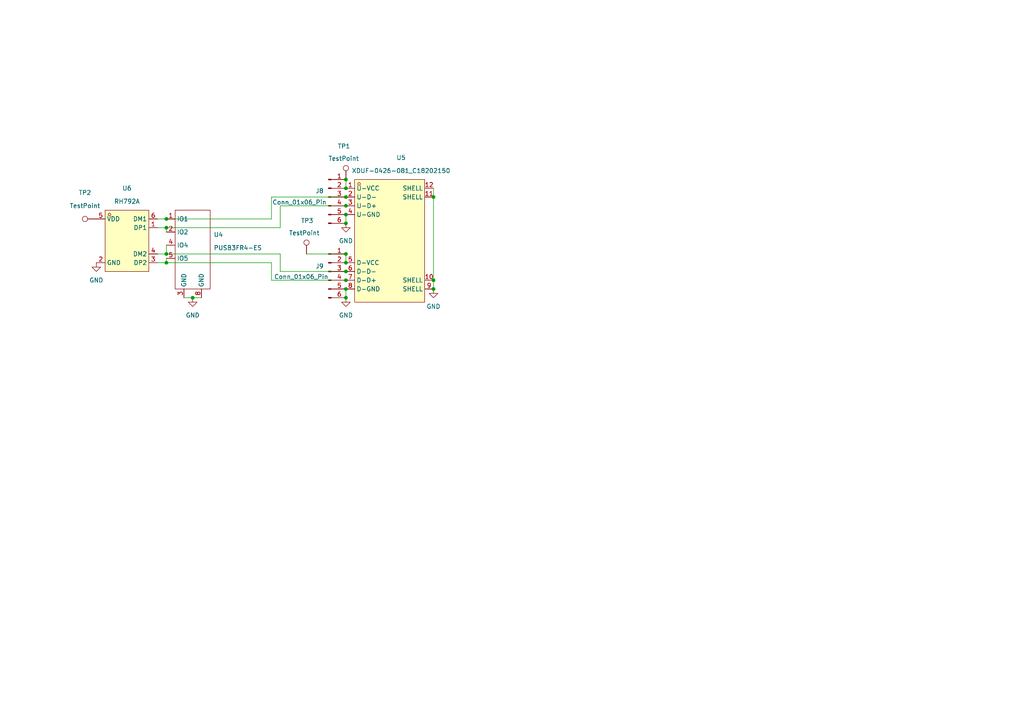
<source format=kicad_sch>
(kicad_sch (version 20250114) (generator "eeschema") (generator_version "9.0")
  (paper "A4")
  (lib_symbols
    (symbol "Connector:Conn_01x06_Pin" (pin_names (offset 1.016) (hide yes))
      (property "Reference" "J" (at 0 7.62 0))
      (property "Value" "Conn_01x06_Pin" (at 0 -10.16 0))
      (symbol "Conn_01x06_Pin_1_1"
        (rectangle (start 0.8636 5.207) (end 0 4.953) (stroke (width 0.1524)) (fill (type outline)))
        (rectangle (start 0.8636 2.667) (end 0 2.413) (stroke (width 0.1524)) (fill (type outline)))
        (rectangle (start 0.8636 0.127) (end 0 -0.127) (stroke (width 0.1524)) (fill (type outline)))
        (rectangle (start 0.8636 -2.413) (end 0 -2.667) (stroke (width 0.1524)) (fill (type outline)))
        (rectangle (start 0.8636 -4.953) (end 0 -5.207) (stroke (width 0.1524)) (fill (type outline)))
        (rectangle (start 0.8636 -7.493) (end 0 -7.747) (stroke (width 0.1524)) (fill (type outline)))
        (polyline (pts (xy 1.27 5.08) (xy 0.8636 5.08)) (stroke (width 0.1524)))
        (polyline (pts (xy 1.27 2.54) (xy 0.8636 2.54)) (stroke (width 0.1524)))
        (polyline (pts (xy 1.27 0) (xy 0.8636 0)) (stroke (width 0.1524)))
        (polyline (pts (xy 1.27 -2.54) (xy 0.8636 -2.54)) (stroke (width 0.1524)))
        (polyline (pts (xy 1.27 -5.08) (xy 0.8636 -5.08)) (stroke (width 0.1524)))
        (polyline (pts (xy 1.27 -7.62) (xy 0.8636 -7.62)) (stroke (width 0.1524)))
        (pin passive line (at 5.08 5.08 180) (length 3.81) (name "Pin_1") (number "1"))
        (pin passive line (at 5.08 2.54 180) (length 3.81) (name "Pin_2") (number "2"))
        (pin passive line (at 5.08 0 180) (length 3.81) (name "Pin_3") (number "3"))
        (pin passive line (at 5.08 -2.54 180) (length 3.81) (name "Pin_4") (number "4"))
        (pin passive line (at 5.08 -5.08 180) (length 3.81) (name "Pin_5") (number "5"))
        (pin passive line (at 5.08 -7.62 180) (length 3.81) (name "Pin_6") (number "6"))
      )
    )
    (symbol "Connector:TestPoint" (pin_numbers (hide yes)) (pin_names (offset 0.762) (hide yes))
      (property "Reference" "TP" (at 0 6.858 0))
      (property "Value" "TestPoint" (at 0 5.08 0))
      (symbol "TestPoint_0_1"
        (circle (center 0 3.302) (radius 0.762))
      )
      (symbol "TestPoint_1_1"
        (pin passive line (at 0 0 90) (length 2.54) (name "1") (number "1"))
      )
    )
    (symbol "ElecSuper:PUSB3FR4-ES"
      (property "Reference" "U" (at 0 2.286 0))
      (property "Value" "PUSB3FR4-ES" (at 0 0 0))
      (symbol "PUSB3FR4-ES_0_1"
        (rectangle (start -5.08 -2.54) (end 5.08 -25.4))
      )
      (symbol "PUSB3FR4-ES_1_1"
        (pin bidirectional line (at -7.62 -5.08 0) (length 2.54) (name "IO1") (number "1"))
        (pin bidirectional line (at -7.62 -8.89 0) (length 2.54) (name "IO2") (number "2"))
        (pin bidirectional line (at -7.62 -12.7 0) (length 2.54) (name "IO4") (number "4"))
        (pin bidirectional line (at -7.62 -16.51 0) (length 2.54) (name "IO5") (number "5"))
        (pin power_out line (at -2.54 -27.94 90) (length 2.54) (name "GND") (number "3"))
        (pin power_out line (at 2.54 -27.94 90) (length 2.54) (name "GND") (number "8"))
      )
    )
    (symbol "easyeda2kicad:RH792A"
      (property "Reference" "U" (at 0 7.62 0))
      (property "Value" "RH792A" (at 0 -14.986 0))
      (symbol "RH792A_0_1"
        (rectangle (start -6.35 5.08) (end 6.35 -12.7) (fill (type background)))
        (circle (center -5.08 3.81) (radius 0.38))
        (pin unspecified line (at -8.89 2.54 0) (length 2.54) (name "VDD") (number "5"))
        (pin unspecified line (at -8.89 -10.16 0) (length 2.54) (name "GND") (number "2"))
        (pin unspecified line (at 8.89 2.54 180) (length 2.54) (name "DM1") (number "6"))
        (pin unspecified line (at 8.89 0 180) (length 2.54) (name "DP1") (number "1"))
        (pin unspecified line (at 8.89 -7.62 180) (length 2.54) (name "DM2") (number "4"))
        (pin unspecified line (at 8.89 -10.16 180) (length 2.54) (name "DP2") (number "3"))
      )
    )
    (symbol "easyeda2kicad:XDUF-0426-081_C18202150"
      (property "Reference" "U" (at 0 15.24 0))
      (property "Value" "XDUF-0426-081_C18202150" (at 0 -28.194 0))
      (symbol "XDUF-0426-081_C18202150_0_1"
        (rectangle (start -10.16 12.7) (end 10.16 -22.86) (fill (type background)))
        (circle (center -8.89 11.43) (radius 0.38))
        (pin unspecified line (at -12.7 10.16 0) (length 2.54) (name "U-VCC") (number "1"))
        (pin unspecified line (at -12.7 7.62 0) (length 2.54) (name "U-D-") (number "2"))
        (pin unspecified line (at -12.7 5.08 0) (length 2.54) (name "U-D+") (number "3"))
        (pin unspecified line (at -12.7 2.54 0) (length 2.54) (name "U-GND") (number "4"))
        (pin unspecified line (at -12.7 -11.43 0) (length 2.54) (name "D-VCC") (number "5"))
        (pin unspecified line (at -12.7 -13.97 0) (length 2.54) (name "D-D-") (number "6"))
        (pin unspecified line (at -12.7 -16.51 0) (length 2.54) (name "D-D+") (number "7"))
        (pin unspecified line (at -12.7 -19.05 0) (length 2.54) (name "D-GND") (number "8"))
        (pin unspecified line (at 12.7 10.16 180) (length 2.54) (name "SHELL") (number "12"))
        (pin unspecified line (at 12.7 7.62 180) (length 2.54) (name "SHELL") (number "11"))
        (pin unspecified line (at 12.7 -16.51 180) (length 2.54) (name "SHELL") (number "10"))
        (pin unspecified line (at 12.7 -19.05 180) (length 2.54) (name "SHELL") (number "9"))
      )
    )
    (symbol "power:GND" (power) (pin_numbers (hide yes)) (pin_names (offset 0) (hide yes))
      (property "Value" "GND" (at 0 -3.81 0))
      (symbol "GND_0_1"
        (polyline (pts (xy 0 0) (xy 0 -1.27) (xy 1.27 -1.27) (xy 0 -2.54) (xy -1.27 -1.27) (xy 0 -1.27)))
      )
      (symbol "GND_1_1"
        (pin power_in line (at 0 0 270) (length 0) (name "~") (number "1"))
      )
    )
  )
  (junction (at 100.33 62.23))
  (junction (at 125.73 81.28))
  (junction (at 100.33 73.66))
  (junction (at 100.33 83.82))
  (junction (at 100.33 57.15))
  (junction (at 125.73 57.15))
  (junction (at 125.73 83.82))
  (junction (at 100.33 76.2))
  (junction (at 100.33 64.77))
  (junction (at 100.33 81.28))
  (junction (at 100.33 86.36))
  (junction (at 55.88 86.36))
  (junction (at 100.33 52.07))
  (junction (at 48.26 63.5))
  (junction (at 48.26 66.04))
  (junction (at 100.33 54.61))
  (junction (at 48.26 73.66))
  (junction (at 100.33 59.69))
  (junction (at 48.26 76.2))
  (junction (at 100.33 78.74))
  (wire (pts (xy 48.26 63.5) (xy 45.72 63.5)))
  (wire (pts (xy 48.26 66.04) (xy 81.28 66.04)))
  (wire (pts (xy 48.26 76.2) (xy 45.72 76.2)))
  (wire (pts (xy 81.28 78.74) (xy 100.33 78.74)))
  (wire (pts (xy 48.26 66.04) (xy 48.26 67.31)))
  (wire (pts (xy 78.74 76.2) (xy 78.74 81.28)))
  (wire (pts (xy 55.88 86.36) (xy 58.42 86.36)))
  (wire (pts (xy 48.26 71.12) (xy 48.26 73.66)))
  (wire (pts (xy 45.72 66.04) (xy 48.26 66.04)))
  (wire (pts (xy 100.33 52.07) (xy 100.33 54.61)))
  (wire (pts (xy 125.73 57.15) (xy 125.73 81.28)))
  (wire (pts (xy 125.73 54.61) (xy 125.73 57.15)))
  (wire (pts (xy 78.74 63.5) (xy 48.26 63.5)))
  (wire (pts (xy 78.74 63.5) (xy 78.74 57.15)))
  (wire (pts (xy 48.26 74.93) (xy 48.26 76.2)))
  (wire (pts (xy 81.28 73.66) (xy 81.28 78.74)))
  (wire (pts (xy 81.28 66.04) (xy 81.28 59.69)))
  (wire (pts (xy 45.72 73.66) (xy 48.26 73.66)))
  (wire (pts (xy 100.33 64.77) (xy 100.33 62.23)))
  (wire (pts (xy 78.74 57.15) (xy 100.33 57.15)))
  (wire (pts (xy 81.28 59.69) (xy 100.33 59.69)))
  (wire (pts (xy 100.33 73.66) (xy 100.33 76.2)))
  (wire (pts (xy 48.26 73.66) (xy 81.28 73.66)))
  (wire (pts (xy 125.73 81.28) (xy 125.73 83.82)))
  (wire (pts (xy 78.74 76.2) (xy 48.26 76.2)))
  (wire (pts (xy 88.9 73.66) (xy 100.33 73.66)))
  (wire (pts (xy 78.74 81.28) (xy 100.33 81.28)))
  (wire (pts (xy 53.34 86.36) (xy 55.88 86.36)))
  (wire (pts (xy 100.33 86.36) (xy 100.33 83.82)))
  (symbol (lib_id "power:GND") (at 27.94 76.2 0) (unit 1)
    (property "Reference" "#PWR045" (effects (hide yes)))
    (property "Value" "GND" (at 27.94 81.28 0))
    (property "Description" "Power symbol creates a global label with name \"GND\" , ground" (effects (hide yes)))
  )
  (symbol (lib_id "Connector:TestPoint") (at 88.9 73.66 0) (mirror y) (unit 1)
    (property "Reference" "TP3" (at 90.932 64.008 0) (effects (justify left)))
    (property "Value" "TestPoint" (at 92.71 67.564 0) (effects (justify left)))
    (property "Footprint" "TestPoint:TestPoint_Pad_D2.0mm" (effects (hide yes)))
    (property "Description" "test point" (effects (hide yes)))
  )
  (symbol (lib_id "easyeda2kicad:RH792A") (at 36.83 66.04 0) (unit 1)
    (property "Reference" "U6" (at 36.83 54.61 0))
    (property "Value" "RH792A" (at 36.83 58.42 0))
    (property "Footprint" "easyeda2kicad:SOT-23-6_L2.9-W1.6-P0.95-LS2.9-BL" (effects (hide yes)))
    (property "LCSC Part" "C240192" (effects (hide yes)))
  )
  (symbol (lib_id "Connector:Conn_01x06_Pin") (at 95.25 57.15 0) (unit 1)
    (property "Reference" "J8" (at 92.71 55.372 0))
    (property "Value" "Conn_01x06_Pin" (at 86.868 58.674 0))
    (property "Footprint" "Connector_PinHeader_2.54mm:PinHeader_1x06_P2.54mm_Vertical" (effects (hide yes)))
    (property "Description" "Generic connector, single row, 01x06, script generated" (effects (hide yes)))
  )
  (symbol (lib_id "Connector:TestPoint") (at 27.94 63.5 90) (unit 1)
    (property "Reference" "TP2" (at 24.638 55.88 90))
    (property "Value" "TestPoint" (at 24.638 59.69 90))
    (property "Footprint" "TestPoint:TestPoint_Pad_D2.0mm" (effects (hide yes)))
    (property "Description" "test point" (effects (hide yes)))
  )
  (symbol (lib_id "easyeda2kicad:XDUF-0426-081_C18202150") (at 113.03 64.77 0) (unit 1)
    (property "Reference" "U5" (at 116.332 45.72 0))
    (property "Value" "XDUF-0426-081_C18202150" (at 116.332 49.53 0))
    (property "Footprint" "easyeda2kicad:USB-A-TH_XDUF-0426-081" (effects (hide yes)))
    (property "LCSC Part" "C18202150" (effects (hide yes)))
  )
  (symbol (lib_id "power:GND") (at 100.33 64.77 0) (unit 1)
    (property "Reference" "#PWR044" (effects (hide yes)))
    (property "Value" "GND" (at 100.33 69.85 0))
    (property "Description" "Power symbol creates a global label with name \"GND\" , ground" (effects (hide yes)))
  )
  (symbol (lib_id "power:GND") (at 125.73 83.82 0) (unit 1)
    (property "Reference" "#PWR046" (effects (hide yes)))
    (property "Value" "GND" (at 125.73 88.9 0))
    (property "Description" "Power symbol creates a global label with name \"GND\" , ground" (effects (hide yes)))
  )
  (symbol (lib_id "power:GND") (at 55.88 86.36 0) (unit 1)
    (property "Reference" "#PWR047" (effects (hide yes)))
    (property "Value" "GND" (at 55.88 91.44 0))
    (property "Description" "Power symbol creates a global label with name \"GND\" , ground" (effects (hide yes)))
  )
  (symbol (lib_id "Connector:TestPoint") (at 100.33 52.07 0) (mirror y) (unit 1)
    (property "Reference" "TP1" (at 101.6 42.418 0) (effects (justify left)))
    (property "Value" "TestPoint" (at 104.14 45.974 0) (effects (justify left)))
    (property "Footprint" "TestPoint:TestPoint_Pad_D2.0mm" (effects (hide yes)))
    (property "Description" "test point" (effects (hide yes)))
  )
  (symbol (lib_id "ElecSuper:PUSB3FR4-ES") (at 55.88 58.42 0) (unit 1)
    (property "Reference" "U4" (at 61.976 68.072 0) (effects (justify left)))
    (property "Value" "PUSB3FR4-ES" (at 61.976 71.882 0) (effects (justify left)))
    (property "Footprint" "Package_DFN_QFN:Diodes_UDFN-10_1.0x2.5mm_P0.5mm" (effects (hide yes)))
  )
  (symbol (lib_id "power:GND") (at 100.33 86.36 0) (unit 1)
    (property "Reference" "#PWR048" (effects (hide yes)))
    (property "Value" "GND" (at 100.33 91.44 0))
    (property "Description" "Power symbol creates a global label with name \"GND\" , ground" (effects (hide yes)))
  )
  (symbol (lib_id "Connector:Conn_01x06_Pin") (at 95.25 78.74 0) (unit 1)
    (property "Reference" "J9" (at 92.71 77.216 0))
    (property "Value" "Conn_01x06_Pin" (at 87.376 80.264 0))
    (property "Footprint" "Connector_PinHeader_2.54mm:PinHeader_1x06_P2.54mm_Vertical" (effects (hide yes)))
    (property "Description" "Generic connector, single row, 01x06, script generated" (effects (hide yes)))
  )
)
</source>
